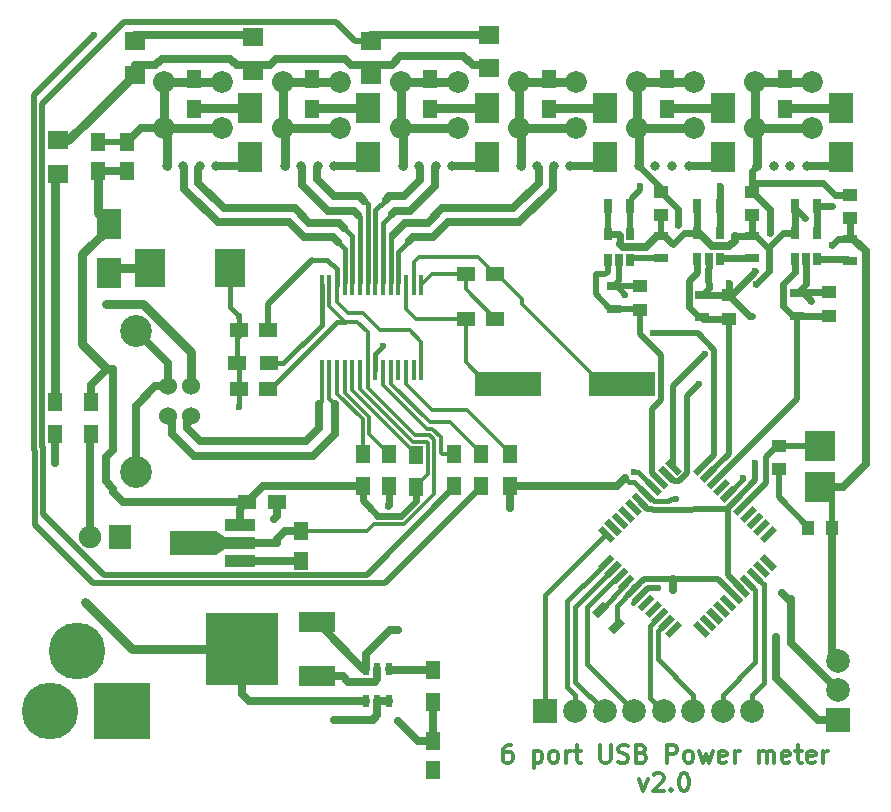
<source format=gtl>
G04 #@! TF.FileFunction,Copper,L1,Top,Signal*
%FSLAX46Y46*%
G04 Gerber Fmt 4.6, Leading zero omitted, Abs format (unit mm)*
G04 Created by KiCad (PCBNEW 4.0.1-stable) date 17.05.2016 13:35:17*
%MOMM*%
G01*
G04 APERTURE LIST*
%ADD10C,0.100000*%
%ADD11C,0.300000*%
%ADD12R,1.500000X1.250000*%
%ADD13R,1.250000X1.500000*%
%ADD14C,4.800600*%
%ADD15R,4.800600X4.800600*%
%ADD16R,1.000000X1.250000*%
%ADD17R,0.700000X1.300000*%
%ADD18C,1.524000*%
%ADD19C,2.700020*%
%ADD20O,1.850000X1.850000*%
%ADD21C,0.800000*%
%ADD22R,2.499360X3.299460*%
%ADD23R,2.029460X2.651760*%
%ADD24R,1.300000X1.500000*%
%ADD25R,1.500000X1.300000*%
%ADD26R,2.501900X1.000760*%
%ADD27R,4.000500X1.998980*%
%ADD28R,0.450000X1.750000*%
%ADD29R,5.600700X2.100580*%
%ADD30R,1.900000X2.000000*%
%ADD31C,1.900000*%
%ADD32R,1.250000X1.000000*%
%ADD33R,1.300000X0.700000*%
%ADD34R,0.650000X1.060000*%
%ADD35R,2.000000X2.000000*%
%ADD36C,2.000000*%
%ADD37R,1.800860X1.597660*%
%ADD38R,2.500000X2.500000*%
%ADD39R,3.048000X1.651000*%
%ADD40R,6.096000X6.096000*%
%ADD41R,0.600000X1.100000*%
%ADD42C,0.600000*%
%ADD43C,0.500000*%
%ADD44C,0.700000*%
%ADD45C,0.600000*%
%ADD46C,0.450000*%
%ADD47C,0.750000*%
%ADD48C,0.350000*%
%ADD49C,0.400000*%
G04 APERTURE END LIST*
D10*
D11*
X136820001Y-110588571D02*
X136534287Y-110588571D01*
X136391430Y-110660000D01*
X136320001Y-110731429D01*
X136177144Y-110945714D01*
X136105715Y-111231429D01*
X136105715Y-111802857D01*
X136177144Y-111945714D01*
X136248572Y-112017143D01*
X136391430Y-112088571D01*
X136677144Y-112088571D01*
X136820001Y-112017143D01*
X136891430Y-111945714D01*
X136962858Y-111802857D01*
X136962858Y-111445714D01*
X136891430Y-111302857D01*
X136820001Y-111231429D01*
X136677144Y-111160000D01*
X136391430Y-111160000D01*
X136248572Y-111231429D01*
X136177144Y-111302857D01*
X136105715Y-111445714D01*
X138748572Y-111088571D02*
X138748572Y-112588571D01*
X138748572Y-111160000D02*
X138891429Y-111088571D01*
X139177143Y-111088571D01*
X139320000Y-111160000D01*
X139391429Y-111231429D01*
X139462858Y-111374286D01*
X139462858Y-111802857D01*
X139391429Y-111945714D01*
X139320000Y-112017143D01*
X139177143Y-112088571D01*
X138891429Y-112088571D01*
X138748572Y-112017143D01*
X140320001Y-112088571D02*
X140177143Y-112017143D01*
X140105715Y-111945714D01*
X140034286Y-111802857D01*
X140034286Y-111374286D01*
X140105715Y-111231429D01*
X140177143Y-111160000D01*
X140320001Y-111088571D01*
X140534286Y-111088571D01*
X140677143Y-111160000D01*
X140748572Y-111231429D01*
X140820001Y-111374286D01*
X140820001Y-111802857D01*
X140748572Y-111945714D01*
X140677143Y-112017143D01*
X140534286Y-112088571D01*
X140320001Y-112088571D01*
X141462858Y-112088571D02*
X141462858Y-111088571D01*
X141462858Y-111374286D02*
X141534286Y-111231429D01*
X141605715Y-111160000D01*
X141748572Y-111088571D01*
X141891429Y-111088571D01*
X142177143Y-111088571D02*
X142748572Y-111088571D01*
X142391429Y-110588571D02*
X142391429Y-111874286D01*
X142462857Y-112017143D01*
X142605715Y-112088571D01*
X142748572Y-112088571D01*
X144391429Y-110588571D02*
X144391429Y-111802857D01*
X144462857Y-111945714D01*
X144534286Y-112017143D01*
X144677143Y-112088571D01*
X144962857Y-112088571D01*
X145105715Y-112017143D01*
X145177143Y-111945714D01*
X145248572Y-111802857D01*
X145248572Y-110588571D01*
X145891429Y-112017143D02*
X146105715Y-112088571D01*
X146462858Y-112088571D01*
X146605715Y-112017143D01*
X146677144Y-111945714D01*
X146748572Y-111802857D01*
X146748572Y-111660000D01*
X146677144Y-111517143D01*
X146605715Y-111445714D01*
X146462858Y-111374286D01*
X146177144Y-111302857D01*
X146034286Y-111231429D01*
X145962858Y-111160000D01*
X145891429Y-111017143D01*
X145891429Y-110874286D01*
X145962858Y-110731429D01*
X146034286Y-110660000D01*
X146177144Y-110588571D01*
X146534286Y-110588571D01*
X146748572Y-110660000D01*
X147891429Y-111302857D02*
X148105715Y-111374286D01*
X148177143Y-111445714D01*
X148248572Y-111588571D01*
X148248572Y-111802857D01*
X148177143Y-111945714D01*
X148105715Y-112017143D01*
X147962857Y-112088571D01*
X147391429Y-112088571D01*
X147391429Y-110588571D01*
X147891429Y-110588571D01*
X148034286Y-110660000D01*
X148105715Y-110731429D01*
X148177143Y-110874286D01*
X148177143Y-111017143D01*
X148105715Y-111160000D01*
X148034286Y-111231429D01*
X147891429Y-111302857D01*
X147391429Y-111302857D01*
X150034286Y-112088571D02*
X150034286Y-110588571D01*
X150605714Y-110588571D01*
X150748572Y-110660000D01*
X150820000Y-110731429D01*
X150891429Y-110874286D01*
X150891429Y-111088571D01*
X150820000Y-111231429D01*
X150748572Y-111302857D01*
X150605714Y-111374286D01*
X150034286Y-111374286D01*
X151748572Y-112088571D02*
X151605714Y-112017143D01*
X151534286Y-111945714D01*
X151462857Y-111802857D01*
X151462857Y-111374286D01*
X151534286Y-111231429D01*
X151605714Y-111160000D01*
X151748572Y-111088571D01*
X151962857Y-111088571D01*
X152105714Y-111160000D01*
X152177143Y-111231429D01*
X152248572Y-111374286D01*
X152248572Y-111802857D01*
X152177143Y-111945714D01*
X152105714Y-112017143D01*
X151962857Y-112088571D01*
X151748572Y-112088571D01*
X152748572Y-111088571D02*
X153034286Y-112088571D01*
X153320000Y-111374286D01*
X153605715Y-112088571D01*
X153891429Y-111088571D01*
X155034286Y-112017143D02*
X154891429Y-112088571D01*
X154605715Y-112088571D01*
X154462858Y-112017143D01*
X154391429Y-111874286D01*
X154391429Y-111302857D01*
X154462858Y-111160000D01*
X154605715Y-111088571D01*
X154891429Y-111088571D01*
X155034286Y-111160000D01*
X155105715Y-111302857D01*
X155105715Y-111445714D01*
X154391429Y-111588571D01*
X155748572Y-112088571D02*
X155748572Y-111088571D01*
X155748572Y-111374286D02*
X155820000Y-111231429D01*
X155891429Y-111160000D01*
X156034286Y-111088571D01*
X156177143Y-111088571D01*
X157820000Y-112088571D02*
X157820000Y-111088571D01*
X157820000Y-111231429D02*
X157891428Y-111160000D01*
X158034286Y-111088571D01*
X158248571Y-111088571D01*
X158391428Y-111160000D01*
X158462857Y-111302857D01*
X158462857Y-112088571D01*
X158462857Y-111302857D02*
X158534286Y-111160000D01*
X158677143Y-111088571D01*
X158891428Y-111088571D01*
X159034286Y-111160000D01*
X159105714Y-111302857D01*
X159105714Y-112088571D01*
X160391428Y-112017143D02*
X160248571Y-112088571D01*
X159962857Y-112088571D01*
X159820000Y-112017143D01*
X159748571Y-111874286D01*
X159748571Y-111302857D01*
X159820000Y-111160000D01*
X159962857Y-111088571D01*
X160248571Y-111088571D01*
X160391428Y-111160000D01*
X160462857Y-111302857D01*
X160462857Y-111445714D01*
X159748571Y-111588571D01*
X160891428Y-111088571D02*
X161462857Y-111088571D01*
X161105714Y-110588571D02*
X161105714Y-111874286D01*
X161177142Y-112017143D01*
X161320000Y-112088571D01*
X161462857Y-112088571D01*
X162534285Y-112017143D02*
X162391428Y-112088571D01*
X162105714Y-112088571D01*
X161962857Y-112017143D01*
X161891428Y-111874286D01*
X161891428Y-111302857D01*
X161962857Y-111160000D01*
X162105714Y-111088571D01*
X162391428Y-111088571D01*
X162534285Y-111160000D01*
X162605714Y-111302857D01*
X162605714Y-111445714D01*
X161891428Y-111588571D01*
X163248571Y-112088571D02*
X163248571Y-111088571D01*
X163248571Y-111374286D02*
X163319999Y-111231429D01*
X163391428Y-111160000D01*
X163534285Y-111088571D01*
X163677142Y-111088571D01*
X147677144Y-113488571D02*
X148034287Y-114488571D01*
X148391429Y-113488571D01*
X148891429Y-113131429D02*
X148962858Y-113060000D01*
X149105715Y-112988571D01*
X149462858Y-112988571D01*
X149605715Y-113060000D01*
X149677144Y-113131429D01*
X149748572Y-113274286D01*
X149748572Y-113417143D01*
X149677144Y-113631429D01*
X148820001Y-114488571D01*
X149748572Y-114488571D01*
X150391429Y-114345714D02*
X150462857Y-114417143D01*
X150391429Y-114488571D01*
X150320000Y-114417143D01*
X150391429Y-114345714D01*
X150391429Y-114488571D01*
X151391429Y-112988571D02*
X151534286Y-112988571D01*
X151677143Y-113060000D01*
X151748572Y-113131429D01*
X151820001Y-113274286D01*
X151891429Y-113560000D01*
X151891429Y-113917143D01*
X151820001Y-114202857D01*
X151748572Y-114345714D01*
X151677143Y-114417143D01*
X151534286Y-114488571D01*
X151391429Y-114488571D01*
X151248572Y-114417143D01*
X151177143Y-114345714D01*
X151105715Y-114202857D01*
X151034286Y-113917143D01*
X151034286Y-113560000D01*
X151105715Y-113274286D01*
X151177143Y-113131429D01*
X151248572Y-113060000D01*
X151391429Y-112988571D01*
D12*
X113750000Y-80500000D03*
X116250000Y-80500000D03*
D13*
X101813575Y-62029999D03*
X101813575Y-59529999D03*
X104313575Y-62029999D03*
X104313575Y-59529999D03*
D14*
X97750000Y-107750000D03*
D15*
X103846000Y-107750000D03*
D14*
X100036000Y-102670000D03*
D10*
G36*
X144555188Y-95876866D02*
X144166280Y-95487958D01*
X145226940Y-94427298D01*
X145615848Y-94816206D01*
X144555188Y-95876866D01*
X144555188Y-95876866D01*
G37*
G36*
X145120874Y-96442551D02*
X144731966Y-96053643D01*
X145792626Y-94992983D01*
X146181534Y-95381891D01*
X145120874Y-96442551D01*
X145120874Y-96442551D01*
G37*
G36*
X145686559Y-97008236D02*
X145297651Y-96619328D01*
X146358311Y-95558668D01*
X146747219Y-95947576D01*
X145686559Y-97008236D01*
X145686559Y-97008236D01*
G37*
G36*
X146252244Y-97573922D02*
X145863336Y-97185014D01*
X146923996Y-96124354D01*
X147312904Y-96513262D01*
X146252244Y-97573922D01*
X146252244Y-97573922D01*
G37*
G36*
X146817930Y-98139607D02*
X146429022Y-97750699D01*
X147489682Y-96690039D01*
X147878590Y-97078947D01*
X146817930Y-98139607D01*
X146817930Y-98139607D01*
G37*
G36*
X147383615Y-98705293D02*
X146994707Y-98316385D01*
X148055367Y-97255725D01*
X148444275Y-97644633D01*
X147383615Y-98705293D01*
X147383615Y-98705293D01*
G37*
G36*
X147949301Y-99270978D02*
X147560393Y-98882070D01*
X148621053Y-97821410D01*
X149009961Y-98210318D01*
X147949301Y-99270978D01*
X147949301Y-99270978D01*
G37*
G36*
X148514986Y-99836664D02*
X148126078Y-99447756D01*
X149186738Y-98387096D01*
X149575646Y-98776004D01*
X148514986Y-99836664D01*
X148514986Y-99836664D01*
G37*
G36*
X149080672Y-100402349D02*
X148691764Y-100013441D01*
X149752424Y-98952781D01*
X150141332Y-99341689D01*
X149080672Y-100402349D01*
X149080672Y-100402349D01*
G37*
G36*
X149646357Y-100968034D02*
X149257449Y-100579126D01*
X150318109Y-99518466D01*
X150707017Y-99907374D01*
X149646357Y-100968034D01*
X149646357Y-100968034D01*
G37*
G36*
X150212042Y-101533720D02*
X149823134Y-101144812D01*
X150883794Y-100084152D01*
X151272702Y-100473060D01*
X150212042Y-101533720D01*
X150212042Y-101533720D01*
G37*
G36*
X153676866Y-101144812D02*
X153287958Y-101533720D01*
X152227298Y-100473060D01*
X152616206Y-100084152D01*
X153676866Y-101144812D01*
X153676866Y-101144812D01*
G37*
G36*
X154242551Y-100579126D02*
X153853643Y-100968034D01*
X152792983Y-99907374D01*
X153181891Y-99518466D01*
X154242551Y-100579126D01*
X154242551Y-100579126D01*
G37*
G36*
X154808236Y-100013441D02*
X154419328Y-100402349D01*
X153358668Y-99341689D01*
X153747576Y-98952781D01*
X154808236Y-100013441D01*
X154808236Y-100013441D01*
G37*
G36*
X155373922Y-99447756D02*
X154985014Y-99836664D01*
X153924354Y-98776004D01*
X154313262Y-98387096D01*
X155373922Y-99447756D01*
X155373922Y-99447756D01*
G37*
G36*
X155939607Y-98882070D02*
X155550699Y-99270978D01*
X154490039Y-98210318D01*
X154878947Y-97821410D01*
X155939607Y-98882070D01*
X155939607Y-98882070D01*
G37*
G36*
X156505293Y-98316385D02*
X156116385Y-98705293D01*
X155055725Y-97644633D01*
X155444633Y-97255725D01*
X156505293Y-98316385D01*
X156505293Y-98316385D01*
G37*
G36*
X157070978Y-97750699D02*
X156682070Y-98139607D01*
X155621410Y-97078947D01*
X156010318Y-96690039D01*
X157070978Y-97750699D01*
X157070978Y-97750699D01*
G37*
G36*
X157636664Y-97185014D02*
X157247756Y-97573922D01*
X156187096Y-96513262D01*
X156576004Y-96124354D01*
X157636664Y-97185014D01*
X157636664Y-97185014D01*
G37*
G36*
X158202349Y-96619328D02*
X157813441Y-97008236D01*
X156752781Y-95947576D01*
X157141689Y-95558668D01*
X158202349Y-96619328D01*
X158202349Y-96619328D01*
G37*
G36*
X158768034Y-96053643D02*
X158379126Y-96442551D01*
X157318466Y-95381891D01*
X157707374Y-94992983D01*
X158768034Y-96053643D01*
X158768034Y-96053643D01*
G37*
G36*
X159333720Y-95487958D02*
X158944812Y-95876866D01*
X157884152Y-94816206D01*
X158273060Y-94427298D01*
X159333720Y-95487958D01*
X159333720Y-95487958D01*
G37*
G36*
X158273060Y-93472702D02*
X157884152Y-93083794D01*
X158944812Y-92023134D01*
X159333720Y-92412042D01*
X158273060Y-93472702D01*
X158273060Y-93472702D01*
G37*
G36*
X157707374Y-92907017D02*
X157318466Y-92518109D01*
X158379126Y-91457449D01*
X158768034Y-91846357D01*
X157707374Y-92907017D01*
X157707374Y-92907017D01*
G37*
G36*
X157141689Y-92341332D02*
X156752781Y-91952424D01*
X157813441Y-90891764D01*
X158202349Y-91280672D01*
X157141689Y-92341332D01*
X157141689Y-92341332D01*
G37*
G36*
X156576004Y-91775646D02*
X156187096Y-91386738D01*
X157247756Y-90326078D01*
X157636664Y-90714986D01*
X156576004Y-91775646D01*
X156576004Y-91775646D01*
G37*
G36*
X156010318Y-91209961D02*
X155621410Y-90821053D01*
X156682070Y-89760393D01*
X157070978Y-90149301D01*
X156010318Y-91209961D01*
X156010318Y-91209961D01*
G37*
G36*
X155444633Y-90644275D02*
X155055725Y-90255367D01*
X156116385Y-89194707D01*
X156505293Y-89583615D01*
X155444633Y-90644275D01*
X155444633Y-90644275D01*
G37*
G36*
X154878947Y-90078590D02*
X154490039Y-89689682D01*
X155550699Y-88629022D01*
X155939607Y-89017930D01*
X154878947Y-90078590D01*
X154878947Y-90078590D01*
G37*
G36*
X154313262Y-89512904D02*
X153924354Y-89123996D01*
X154985014Y-88063336D01*
X155373922Y-88452244D01*
X154313262Y-89512904D01*
X154313262Y-89512904D01*
G37*
G36*
X153747576Y-88947219D02*
X153358668Y-88558311D01*
X154419328Y-87497651D01*
X154808236Y-87886559D01*
X153747576Y-88947219D01*
X153747576Y-88947219D01*
G37*
G36*
X153181891Y-88381534D02*
X152792983Y-87992626D01*
X153853643Y-86931966D01*
X154242551Y-87320874D01*
X153181891Y-88381534D01*
X153181891Y-88381534D01*
G37*
G36*
X152616206Y-87815848D02*
X152227298Y-87426940D01*
X153287958Y-86366280D01*
X153676866Y-86755188D01*
X152616206Y-87815848D01*
X152616206Y-87815848D01*
G37*
G36*
X151272702Y-87426940D02*
X150883794Y-87815848D01*
X149823134Y-86755188D01*
X150212042Y-86366280D01*
X151272702Y-87426940D01*
X151272702Y-87426940D01*
G37*
G36*
X150707017Y-87992626D02*
X150318109Y-88381534D01*
X149257449Y-87320874D01*
X149646357Y-86931966D01*
X150707017Y-87992626D01*
X150707017Y-87992626D01*
G37*
G36*
X150141332Y-88558311D02*
X149752424Y-88947219D01*
X148691764Y-87886559D01*
X149080672Y-87497651D01*
X150141332Y-88558311D01*
X150141332Y-88558311D01*
G37*
G36*
X149575646Y-89123996D02*
X149186738Y-89512904D01*
X148126078Y-88452244D01*
X148514986Y-88063336D01*
X149575646Y-89123996D01*
X149575646Y-89123996D01*
G37*
G36*
X149009961Y-89689682D02*
X148621053Y-90078590D01*
X147560393Y-89017930D01*
X147949301Y-88629022D01*
X149009961Y-89689682D01*
X149009961Y-89689682D01*
G37*
G36*
X148444275Y-90255367D02*
X148055367Y-90644275D01*
X146994707Y-89583615D01*
X147383615Y-89194707D01*
X148444275Y-90255367D01*
X148444275Y-90255367D01*
G37*
G36*
X147878590Y-90821053D02*
X147489682Y-91209961D01*
X146429022Y-90149301D01*
X146817930Y-89760393D01*
X147878590Y-90821053D01*
X147878590Y-90821053D01*
G37*
G36*
X147312904Y-91386738D02*
X146923996Y-91775646D01*
X145863336Y-90714986D01*
X146252244Y-90326078D01*
X147312904Y-91386738D01*
X147312904Y-91386738D01*
G37*
G36*
X146747219Y-91952424D02*
X146358311Y-92341332D01*
X145297651Y-91280672D01*
X145686559Y-90891764D01*
X146747219Y-91952424D01*
X146747219Y-91952424D01*
G37*
G36*
X146181534Y-92518109D02*
X145792626Y-92907017D01*
X144731966Y-91846357D01*
X145120874Y-91457449D01*
X146181534Y-92518109D01*
X146181534Y-92518109D01*
G37*
G36*
X145615848Y-93083794D02*
X145226940Y-93472702D01*
X144166280Y-92412042D01*
X144555188Y-92023134D01*
X145615848Y-93083794D01*
X145615848Y-93083794D01*
G37*
D16*
X162000000Y-92250000D03*
X164000000Y-92250000D03*
D17*
X145000000Y-65000000D03*
X146900000Y-65000000D03*
D18*
X109748980Y-82790000D03*
X109748980Y-80250000D03*
X107750000Y-80250000D03*
X107750000Y-82790000D03*
D19*
X105049980Y-87519480D03*
X105049980Y-75520520D03*
D20*
X127480000Y-58340000D03*
X127480000Y-54500000D03*
X132320000Y-54500000D03*
D21*
X131850000Y-61610000D03*
X130450000Y-61610000D03*
X129050000Y-61610000D03*
D20*
X132320000Y-58340000D03*
D21*
X127650000Y-61610000D03*
D20*
X147480000Y-58340000D03*
X147480000Y-54500000D03*
X152320000Y-54500000D03*
D21*
X151850000Y-61610000D03*
X150450000Y-61610000D03*
X149050000Y-61610000D03*
D20*
X152320000Y-58340000D03*
D21*
X147650000Y-61610000D03*
D20*
X157480000Y-58340000D03*
X157480000Y-54500000D03*
X162320000Y-54500000D03*
D21*
X161850000Y-61610000D03*
X160450000Y-61610000D03*
X159050000Y-61610000D03*
D20*
X162320000Y-58340000D03*
D21*
X157650000Y-61610000D03*
D20*
X137480000Y-58340000D03*
X137480000Y-54500000D03*
X142320000Y-54500000D03*
D21*
X141850000Y-61610000D03*
X140450000Y-61610000D03*
X139050000Y-61610000D03*
D20*
X142320000Y-58340000D03*
D21*
X137650000Y-61610000D03*
D20*
X117480000Y-58340000D03*
X117480000Y-54500000D03*
X122320000Y-54500000D03*
D21*
X121850000Y-61610000D03*
X120450000Y-61610000D03*
X119050000Y-61610000D03*
D20*
X122320000Y-58340000D03*
D21*
X117650000Y-61610000D03*
D20*
X107480000Y-58340000D03*
X107480000Y-54500000D03*
X112320000Y-54500000D03*
D21*
X111850000Y-61610000D03*
X110450000Y-61610000D03*
X109050000Y-61610000D03*
D20*
X112320000Y-58340000D03*
D21*
X107650000Y-61610000D03*
D13*
X120000000Y-54250000D03*
X120000000Y-56750000D03*
X140000000Y-54250000D03*
X140000000Y-56750000D03*
X130000000Y-54250000D03*
X130000000Y-56750000D03*
X150000000Y-54250000D03*
X150000000Y-56750000D03*
X160000000Y-54250000D03*
X160000000Y-56750000D03*
D12*
X117000000Y-90000000D03*
X114500000Y-90000000D03*
D13*
X119000000Y-92500000D03*
X119000000Y-95000000D03*
D12*
X133000000Y-70750000D03*
X135500000Y-70750000D03*
X135500000Y-74500000D03*
X133000000Y-74500000D03*
D22*
X106250000Y-70250000D03*
X113052120Y-70250000D03*
D23*
X114750000Y-56664660D03*
X114750000Y-60835340D03*
X124750000Y-56664660D03*
X124750000Y-60835340D03*
X144750000Y-60835340D03*
X144750000Y-56664660D03*
X134750000Y-60835340D03*
X134750000Y-56664660D03*
D24*
X136750000Y-88700000D03*
X136750000Y-86000000D03*
X128750000Y-88750000D03*
X128750000Y-86050000D03*
X124250000Y-88700000D03*
X124250000Y-86000000D03*
D25*
X116350000Y-78250000D03*
X113650000Y-78250000D03*
D26*
X113852740Y-95001140D03*
X113852740Y-93500000D03*
X113852740Y-91998860D03*
D27*
X109900500Y-93500000D03*
D10*
G36*
X111875350Y-92499240D02*
X112624650Y-92999620D01*
X112624650Y-94000380D01*
X111875350Y-94500760D01*
X111875350Y-92499240D01*
X111875350Y-92499240D01*
G37*
D28*
X129225000Y-71650000D03*
X128575000Y-71650000D03*
X127925000Y-71650000D03*
X127275000Y-71650000D03*
X126625000Y-71650000D03*
X125975000Y-71650000D03*
X125325000Y-71650000D03*
X124675000Y-71650000D03*
X124025000Y-71650000D03*
X123375000Y-71650000D03*
X122725000Y-71650000D03*
X122075000Y-71650000D03*
X121425000Y-71650000D03*
X120775000Y-71650000D03*
X120775000Y-78850000D03*
X121425000Y-78850000D03*
X122075000Y-78850000D03*
X122725000Y-78850000D03*
X123375000Y-78850000D03*
X124025000Y-78850000D03*
X124675000Y-78850000D03*
X125325000Y-78850000D03*
X125975000Y-78850000D03*
X126625000Y-78850000D03*
X127275000Y-78850000D03*
X127925000Y-78850000D03*
X128575000Y-78850000D03*
X129225000Y-78850000D03*
D29*
X146250000Y-80000000D03*
X136552280Y-80000000D03*
D23*
X102750000Y-66500000D03*
X102750000Y-70670680D03*
D13*
X110000000Y-54250000D03*
X110000000Y-56750000D03*
D30*
X103750000Y-93000000D03*
D31*
X101210000Y-93000000D03*
D23*
X154750000Y-60835340D03*
X154750000Y-56664660D03*
X164750000Y-60835340D03*
X164750000Y-56664660D03*
D24*
X101250000Y-81550000D03*
X101250000Y-84250000D03*
X134250000Y-88700000D03*
X134250000Y-86000000D03*
X132000000Y-88700000D03*
X132000000Y-86000000D03*
X98250000Y-81550000D03*
X98250000Y-84250000D03*
X126500000Y-88700000D03*
X126500000Y-86000000D03*
D32*
X149500000Y-63750000D03*
X149500000Y-65750000D03*
X155250000Y-72500000D03*
X155250000Y-74500000D03*
X147750000Y-71750000D03*
X147750000Y-73750000D03*
X159500000Y-87250000D03*
X159500000Y-85250000D03*
X157250000Y-63750000D03*
X157250000Y-65750000D03*
X163750000Y-72250000D03*
X163750000Y-74250000D03*
X165500000Y-64000000D03*
X165500000Y-66000000D03*
D33*
X149500000Y-67500000D03*
X149500000Y-69400000D03*
X145500000Y-71750000D03*
X145500000Y-73650000D03*
D10*
G36*
X146457107Y-100287868D02*
X145537868Y-101207107D01*
X145042893Y-100712132D01*
X145962132Y-99792893D01*
X146457107Y-100287868D01*
X146457107Y-100287868D01*
G37*
G36*
X145113605Y-98944366D02*
X144194366Y-99863605D01*
X143699391Y-99368630D01*
X144618630Y-98449391D01*
X145113605Y-98944366D01*
X145113605Y-98944366D01*
G37*
D33*
X153000000Y-72500000D03*
X153000000Y-74400000D03*
X157250000Y-67500000D03*
X157250000Y-69400000D03*
D17*
X152600000Y-65000000D03*
X154500000Y-65000000D03*
D33*
X161000000Y-72350000D03*
X161000000Y-74250000D03*
X165500000Y-67750000D03*
X165500000Y-69650000D03*
D17*
X160850000Y-65000000D03*
X162750000Y-65000000D03*
D34*
X145000000Y-69500000D03*
X145950000Y-69500000D03*
X146900000Y-69500000D03*
X146900000Y-67300000D03*
X145000000Y-67300000D03*
X152600000Y-69450000D03*
X153550000Y-69450000D03*
X154500000Y-69450000D03*
X154500000Y-67250000D03*
X152600000Y-67250000D03*
X160850000Y-69450000D03*
X161800000Y-69450000D03*
X162750000Y-69450000D03*
X162750000Y-67250000D03*
X160850000Y-67250000D03*
D35*
X139737000Y-107750000D03*
D36*
X142250000Y-107750000D03*
X144750000Y-107750000D03*
X147250000Y-107750000D03*
X149750000Y-107750000D03*
X152250000Y-107750000D03*
X154750000Y-107750000D03*
X157250000Y-107750000D03*
D35*
X164500000Y-108500000D03*
D36*
X164500000Y-105960000D03*
X164500000Y-103460000D03*
D37*
X105000000Y-51000000D03*
X105000000Y-53839720D03*
X115000000Y-53500000D03*
X115000000Y-50660280D03*
X125000000Y-51000000D03*
X125000000Y-53839720D03*
X134960000Y-53299720D03*
X134960000Y-50460000D03*
X98500000Y-59410280D03*
X98500000Y-62250000D03*
D38*
X163000000Y-88750000D03*
X163000000Y-85250000D03*
D13*
X130250000Y-110250000D03*
X130250000Y-112750000D03*
D39*
X120350000Y-104786000D03*
D40*
X114000000Y-102500000D03*
D39*
X120350000Y-100214000D03*
D24*
X130250000Y-106950000D03*
X130250000Y-104250000D03*
D41*
X124550000Y-106850000D03*
X125500000Y-106850000D03*
X126450000Y-106850000D03*
X126450000Y-104150000D03*
X125500000Y-104150000D03*
X124550000Y-104150000D03*
D12*
X116250000Y-75500000D03*
X113750000Y-75500000D03*
D42*
X121798560Y-108500000D03*
X159250000Y-101500000D03*
X149250000Y-90679856D03*
X149250000Y-97279992D03*
X153524998Y-71000000D03*
X159500000Y-88500000D03*
X157500000Y-86750000D03*
X162250000Y-73000000D03*
X157250000Y-74250000D03*
X155250000Y-71500000D03*
X157500000Y-70500000D03*
X158750000Y-67250000D03*
X150978858Y-66603439D03*
X146500000Y-72500000D03*
X113750000Y-82000000D03*
X113750000Y-74250000D03*
X98250000Y-86750000D03*
X116750000Y-91500000D03*
X126425020Y-90385409D03*
X116750000Y-95000000D03*
X116750000Y-95000000D03*
X153250000Y-77500000D03*
X147250000Y-87500000D03*
X152750000Y-80000000D03*
X148800000Y-75750000D03*
X127250000Y-100849850D03*
X127250000Y-108575000D03*
X125000000Y-90650000D03*
X164000000Y-94000000D03*
X146500000Y-88000000D03*
X150750000Y-89750000D03*
X150500000Y-97500000D03*
X161750000Y-66000000D03*
X164000000Y-68250000D03*
X157565693Y-71565693D03*
X155750000Y-67500000D03*
X150500000Y-68200000D03*
X146010000Y-68160000D03*
X128750000Y-89950000D03*
X136750000Y-90500000D03*
X159750000Y-97750000D03*
X156500000Y-88000000D03*
X112500000Y-56664660D03*
X147750000Y-63250000D03*
X122500000Y-56664660D03*
X142250000Y-56664660D03*
X132250000Y-56664660D03*
X152500000Y-56664660D03*
X154500000Y-63250000D03*
X162500000Y-56664660D03*
X164000000Y-65000000D03*
X111000000Y-52500000D03*
X126000000Y-76850000D03*
X110000000Y-50500000D03*
X101500000Y-50500000D03*
X100750000Y-98500000D03*
X102500000Y-73250000D03*
D43*
X145000000Y-66250000D02*
X145000000Y-66455000D01*
D44*
X125500000Y-106850000D02*
X125500000Y-108100000D01*
X125500000Y-108100000D02*
X125100000Y-108500000D01*
X125100000Y-108500000D02*
X121798560Y-108500000D01*
X126450000Y-106850000D02*
X125500000Y-106850000D01*
X164500000Y-108500000D02*
X162800000Y-108500000D01*
X162800000Y-108500000D02*
X159250000Y-104950000D01*
X159250000Y-104950000D02*
X159250000Y-101500000D01*
D43*
X155065349Y-90634651D02*
X149250000Y-90679856D01*
X149250000Y-90679856D02*
X148328600Y-90634651D01*
X147719491Y-97980509D02*
X148420008Y-97279992D01*
X148420008Y-97279992D02*
X149250000Y-97279992D01*
D45*
X153550000Y-71950000D02*
X153524998Y-71000000D01*
X153524998Y-71000000D02*
X153550000Y-69450000D01*
D44*
X107750000Y-80250000D02*
X106672370Y-80250000D01*
X106672370Y-80250000D02*
X105049980Y-81872390D01*
X105049980Y-81872390D02*
X105049980Y-85610278D01*
X105049980Y-85610278D02*
X105049980Y-87519480D01*
X107750000Y-80250000D02*
X107750000Y-78220540D01*
X107750000Y-78220540D02*
X105049980Y-75520520D01*
D46*
X147719491Y-97980509D02*
X147118451Y-98581549D01*
D43*
X155171400Y-96240029D02*
X155171400Y-93750000D01*
X155171400Y-93750000D02*
X155171400Y-90528600D01*
X159500000Y-88500000D02*
X159500000Y-88250000D01*
X159500000Y-89625000D02*
X159500000Y-88500000D01*
X162000000Y-92250000D02*
X162000000Y-92125000D01*
X162000000Y-92125000D02*
X159500000Y-89625000D01*
X159500000Y-88250000D02*
X159500000Y-87250000D01*
X155780509Y-89919491D02*
X157500000Y-88200000D01*
X157500000Y-88200000D02*
X157500000Y-86750000D01*
X156346194Y-97414823D02*
X155171400Y-96240029D01*
X155171400Y-90528600D02*
X155179469Y-90520531D01*
X155179469Y-90520531D02*
X155780509Y-89919491D01*
X155780509Y-89919491D02*
X155065349Y-90634651D01*
X148328600Y-90634651D02*
X147719491Y-90025542D01*
X147719491Y-90025542D02*
X147719491Y-89919491D01*
D45*
X161000000Y-72350000D02*
X161600000Y-72350000D01*
X161600000Y-72350000D02*
X162250000Y-73000000D01*
X161000000Y-72350000D02*
X161800000Y-71550000D01*
X161800000Y-71550000D02*
X161800000Y-69450000D01*
X163750000Y-72250000D02*
X161100000Y-72250000D01*
X161100000Y-72250000D02*
X161000000Y-72350000D01*
X157250000Y-63750000D02*
X157250000Y-63000000D01*
X157250000Y-63000000D02*
X157250000Y-62010000D01*
X165500000Y-64000000D02*
X164275000Y-64000000D01*
X164275000Y-64000000D02*
X163275000Y-63000000D01*
X163275000Y-63000000D02*
X157250000Y-63000000D01*
X157250000Y-74250000D02*
X157000000Y-74250000D01*
X157000000Y-74250000D02*
X155250000Y-72500000D01*
X155250000Y-72500000D02*
X155250000Y-71500000D01*
X155250000Y-72500000D02*
X155500000Y-72500000D01*
X155500000Y-72500000D02*
X157500000Y-70500000D01*
X153000000Y-72500000D02*
X153550000Y-71950000D01*
X155250000Y-72500000D02*
X153000000Y-72500000D01*
X157250000Y-63750000D02*
X158750000Y-65250000D01*
X158750000Y-65250000D02*
X158750000Y-67250000D01*
X149500000Y-63750000D02*
X150978858Y-65228858D01*
X150978858Y-65228858D02*
X150978858Y-66603439D01*
X157250000Y-62010000D02*
X157650000Y-61610000D01*
X149500000Y-63750000D02*
X149500000Y-63460000D01*
X149500000Y-63460000D02*
X147650000Y-61610000D01*
D43*
X145750000Y-71750000D02*
X146500000Y-72500000D01*
X145500000Y-71750000D02*
X145750000Y-71750000D01*
X145500000Y-71750000D02*
X145950000Y-71300000D01*
X145950000Y-71300000D02*
X145950000Y-69500000D01*
X147750000Y-71750000D02*
X145500000Y-71750000D01*
D46*
X113052120Y-70250000D02*
X113052120Y-73552120D01*
X113052120Y-73552120D02*
X113750000Y-74250000D01*
X113750000Y-81575000D02*
X113750000Y-82000000D01*
X113750000Y-80500000D02*
X113750000Y-81575000D01*
X113750000Y-74925000D02*
X113750000Y-74250000D01*
X113750000Y-76000000D02*
X113750000Y-74925000D01*
X113650000Y-78250000D02*
X113650000Y-76100000D01*
X113650000Y-76100000D02*
X113750000Y-76000000D01*
X113750000Y-80500000D02*
X113750000Y-78350000D01*
X113750000Y-78350000D02*
X113650000Y-78250000D01*
D44*
X98250000Y-84250000D02*
X98250000Y-86750000D01*
X117000000Y-90000000D02*
X117000000Y-91250000D01*
X117000000Y-91250000D02*
X116750000Y-91500000D01*
D45*
X126500000Y-88700000D02*
X126500000Y-90310429D01*
X126500000Y-90310429D02*
X126425020Y-90385409D01*
D44*
X116750000Y-95000000D02*
X119000000Y-95000000D01*
X113852740Y-95001140D02*
X116748860Y-95001140D01*
X116748860Y-95001140D02*
X116750000Y-95000000D01*
X118998860Y-95001140D02*
X119000000Y-95000000D01*
X107480000Y-58340000D02*
X105503574Y-58340000D01*
X105503574Y-58340000D02*
X104313575Y-59529999D01*
D43*
X104313575Y-59529999D02*
X103063575Y-59529999D01*
X101813575Y-59529999D02*
X103063575Y-59529999D01*
D47*
X127480000Y-58340000D02*
X132320000Y-58340000D01*
X112320000Y-58340000D02*
X107480000Y-58340000D01*
X122320000Y-58340000D02*
X117480000Y-58340000D01*
X142320000Y-58340000D02*
X137480000Y-58340000D01*
X147480000Y-58340000D02*
X152320000Y-58340000D01*
X157480000Y-58340000D02*
X162320000Y-58340000D01*
X157480000Y-54500000D02*
X162320000Y-54500000D01*
X147480000Y-54500000D02*
X152320000Y-54500000D01*
X137480000Y-54500000D02*
X142320000Y-54500000D01*
X127480000Y-54500000D02*
X132320000Y-54500000D01*
X117480000Y-54500000D02*
X122320000Y-54500000D01*
X112320000Y-54500000D02*
X107480000Y-54500000D01*
X157480000Y-58340000D02*
X157480000Y-54500000D01*
X147480000Y-58340000D02*
X147480000Y-54500000D01*
X137480000Y-58340000D02*
X137480000Y-54500000D01*
X127480000Y-58340000D02*
X127480000Y-54500000D01*
X117480000Y-58340000D02*
X117480000Y-54500000D01*
X107480000Y-58340000D02*
X107480000Y-54500000D01*
X157650000Y-61610000D02*
X157650000Y-58510000D01*
X157650000Y-58510000D02*
X157480000Y-58340000D01*
X147650000Y-61610000D02*
X147650000Y-58510000D01*
X147650000Y-58510000D02*
X147480000Y-58340000D01*
X137650000Y-61610000D02*
X137650000Y-58510000D01*
X137650000Y-58510000D02*
X137480000Y-58340000D01*
X127650000Y-61610000D02*
X127650000Y-58510000D01*
X127650000Y-58510000D02*
X127480000Y-58340000D01*
X117650000Y-61610000D02*
X117650000Y-58510000D01*
X117650000Y-58510000D02*
X117480000Y-58340000D01*
X107650000Y-61610000D02*
X107650000Y-58510000D01*
X107650000Y-58510000D02*
X107480000Y-58340000D01*
X130250000Y-54500000D02*
X130000000Y-54250000D01*
X129750000Y-54500000D02*
X130000000Y-54250000D01*
X122070000Y-54250000D02*
X122320000Y-54500000D01*
X119750000Y-54500000D02*
X120000000Y-54250000D01*
X109750000Y-54500000D02*
X110000000Y-54250000D01*
X112070000Y-54250000D02*
X112320000Y-54500000D01*
D44*
X112250000Y-54430000D02*
X112320000Y-54500000D01*
X122250000Y-54430000D02*
X122320000Y-54500000D01*
X132250000Y-54430000D02*
X132320000Y-54500000D01*
X142250000Y-54430000D02*
X142320000Y-54500000D01*
X152250000Y-54430000D02*
X152320000Y-54500000D01*
X162250000Y-54430000D02*
X162320000Y-54500000D01*
D43*
X150547918Y-80202082D02*
X153250000Y-77500000D01*
X150547918Y-87091064D02*
X150547918Y-80202082D01*
X153517767Y-87656750D02*
X155250000Y-85924517D01*
X155250000Y-85924517D02*
X155250000Y-74500000D01*
D45*
X153000000Y-74400000D02*
X152700000Y-74400000D01*
X152700000Y-74400000D02*
X151849999Y-73549999D01*
X152600000Y-70580000D02*
X152600000Y-69450000D01*
X151849999Y-73549999D02*
X151849999Y-71330001D01*
X151849999Y-71330001D02*
X152600000Y-70580000D01*
X155250000Y-74500000D02*
X153100000Y-74500000D01*
X153100000Y-74500000D02*
X153000000Y-74400000D01*
X152600000Y-69655000D02*
X152600000Y-69450000D01*
D43*
X149416548Y-88222435D02*
X148750000Y-87555887D01*
X148750000Y-87555887D02*
X148750000Y-82160642D01*
X148750000Y-82160642D02*
X149500351Y-81410291D01*
X149500351Y-77560353D02*
X147750000Y-75810002D01*
X149500351Y-81410291D02*
X149500351Y-77560353D01*
X147750000Y-75810002D02*
X147750000Y-74750000D01*
X147750000Y-74750000D02*
X147750000Y-73750000D01*
X145500000Y-73650000D02*
X147650000Y-73650000D01*
X147650000Y-73650000D02*
X147750000Y-73750000D01*
X144000000Y-70750000D02*
X144000000Y-72450000D01*
X144000000Y-72450000D02*
X145200000Y-73650000D01*
X145200000Y-73650000D02*
X145500000Y-73650000D01*
X144780000Y-70750000D02*
X144000000Y-70750000D01*
X145000000Y-69500000D02*
X145000000Y-70530000D01*
X145000000Y-70530000D02*
X144780000Y-70750000D01*
D46*
X147250000Y-87500000D02*
X147562742Y-87500000D01*
X147562742Y-87500000D02*
X148850862Y-88788120D01*
D43*
X156346194Y-90485177D02*
X158375000Y-88456371D01*
X158375000Y-88456371D02*
X158375000Y-86250000D01*
X158375000Y-86250000D02*
X159375000Y-85250000D01*
X159375000Y-85250000D02*
X159500000Y-85250000D01*
X159500000Y-85250000D02*
X163000000Y-85250000D01*
X149982233Y-87656750D02*
X150591341Y-88265858D01*
X150591341Y-88265858D02*
X151070196Y-88265858D01*
X151070196Y-88265858D02*
X151722712Y-87613342D01*
X151722712Y-87613342D02*
X151722712Y-81027288D01*
X151722712Y-81027288D02*
X152750000Y-80000000D01*
X154083452Y-88222435D02*
X161000000Y-81305887D01*
X161000000Y-81305887D02*
X161000000Y-74250000D01*
D45*
X161000000Y-74250000D02*
X160700000Y-74250000D01*
X160700000Y-74250000D02*
X159849999Y-73399999D01*
X159849999Y-73399999D02*
X159849999Y-71580001D01*
X159849999Y-71580001D02*
X160850000Y-70580000D01*
X160850000Y-70580000D02*
X160850000Y-69450000D01*
X163750000Y-74250000D02*
X161000000Y-74250000D01*
D43*
X152952082Y-87091064D02*
X154000001Y-86043145D01*
X154000001Y-86043145D02*
X154000001Y-77139999D01*
X154000001Y-77139999D02*
X152610002Y-75750000D01*
X152610002Y-75750000D02*
X148800000Y-75750000D01*
D46*
X146588120Y-96849138D02*
X146588120Y-96974876D01*
X146588120Y-96974876D02*
X144406498Y-99156498D01*
D43*
X149500000Y-69400000D02*
X147000000Y-69400000D01*
X147000000Y-69400000D02*
X146900000Y-69500000D01*
D45*
X157250000Y-69400000D02*
X154550000Y-69400000D01*
X154550000Y-69400000D02*
X154500000Y-69450000D01*
X162750000Y-69450000D02*
X165300000Y-69450000D01*
X165300000Y-69450000D02*
X165500000Y-69650000D01*
D44*
X124550000Y-104150000D02*
X124550000Y-102900000D01*
X124550000Y-102900000D02*
X126600150Y-100849850D01*
X126600150Y-100849850D02*
X127250000Y-100849850D01*
X130250000Y-110250000D02*
X128925000Y-110250000D01*
X128925000Y-110250000D02*
X127250000Y-108575000D01*
X130250000Y-106950000D02*
X130250000Y-110250000D01*
X124550000Y-104150000D02*
X124286000Y-104150000D01*
X124286000Y-104150000D02*
X120350000Y-100214000D01*
D45*
X125575001Y-91225001D02*
X125000000Y-90650000D01*
X125000000Y-90650000D02*
X124250000Y-89900000D01*
D44*
X164000000Y-94000000D02*
X164000000Y-102960000D01*
X164000000Y-92250000D02*
X164000000Y-94000000D01*
X164000000Y-102960000D02*
X164500000Y-103460000D01*
X152600000Y-67250000D02*
X152750000Y-67250000D01*
X152750000Y-67250000D02*
X153869999Y-68369999D01*
X153869999Y-68369999D02*
X155304265Y-68369999D01*
X155304265Y-68369999D02*
X155750000Y-67924264D01*
X155750000Y-67924264D02*
X155750000Y-67500000D01*
X149500000Y-67500000D02*
X149200000Y-67500000D01*
X149200000Y-67500000D02*
X148280001Y-68419999D01*
X148280001Y-68419999D02*
X146269999Y-68419999D01*
X146269999Y-68419999D02*
X146010000Y-68160000D01*
X136750000Y-88700000D02*
X145800000Y-88700000D01*
X145800000Y-88700000D02*
X146500000Y-88000000D01*
D46*
X146500000Y-88000000D02*
X146799999Y-88299999D01*
X146799999Y-88299999D02*
X147231370Y-88299999D01*
X147231370Y-88299999D02*
X147684137Y-88752766D01*
X147684137Y-88752766D02*
X148285177Y-89353806D01*
X145750000Y-100500000D02*
X145750000Y-98818629D01*
X145750000Y-98818629D02*
X147153806Y-97414823D01*
X150750000Y-89750000D02*
X150325736Y-89750000D01*
X150325736Y-89750000D02*
X150120890Y-89954846D01*
X150120890Y-89954846D02*
X148886217Y-89954846D01*
X148886217Y-89954846D02*
X148285177Y-89353806D01*
D43*
X148038647Y-96529982D02*
X150500000Y-96529982D01*
X150500000Y-96529982D02*
X154329982Y-96529982D01*
D44*
X150500000Y-97500000D02*
X150500000Y-96529982D01*
X163000000Y-88750000D02*
X164950000Y-88750000D01*
X164950000Y-88750000D02*
X166850000Y-86850000D01*
X166850000Y-86850000D02*
X166850000Y-68800000D01*
X166850000Y-68800000D02*
X165800000Y-67750000D01*
X165800000Y-67750000D02*
X165500000Y-67750000D01*
D43*
X164000000Y-92250000D02*
X164000000Y-89750000D01*
X164000000Y-89750000D02*
X163000000Y-88750000D01*
X147153806Y-97414823D02*
X148038647Y-96529982D01*
X154329982Y-96529982D02*
X155780509Y-97980509D01*
D45*
X160850000Y-65000000D02*
X160850000Y-65100000D01*
X160850000Y-65100000D02*
X161750000Y-66000000D01*
X165500000Y-67750000D02*
X164500000Y-67750000D01*
X164500000Y-67750000D02*
X164000000Y-68250000D01*
X158681384Y-68450000D02*
X158681384Y-70450002D01*
X158681384Y-70450002D02*
X157565693Y-71565693D01*
X160850000Y-67250000D02*
X159881384Y-67250000D01*
X159881384Y-67250000D02*
X158681384Y-68450000D01*
X158681384Y-68450000D02*
X158500000Y-68450000D01*
X158500000Y-68450000D02*
X157550000Y-67500000D01*
X157550000Y-67500000D02*
X157250000Y-67500000D01*
X160850000Y-65000000D02*
X160850000Y-67250000D01*
X165500000Y-66000000D02*
X165500000Y-67750000D01*
X157250000Y-67500000D02*
X155750000Y-67500000D01*
X152600000Y-67250000D02*
X151450000Y-67250000D01*
X151450000Y-67250000D02*
X150500000Y-68200000D01*
X157250000Y-65750000D02*
X157250000Y-67500000D01*
X152600000Y-65000000D02*
X152600000Y-67250000D01*
X149500000Y-67500000D02*
X149800000Y-67500000D01*
X149800000Y-67500000D02*
X150500000Y-68200000D01*
X146010000Y-67385000D02*
X146010000Y-68160000D01*
X145000000Y-67300000D02*
X145925000Y-67300000D01*
X145925000Y-67300000D02*
X146010000Y-67385000D01*
D43*
X149500000Y-65750000D02*
X149500000Y-67500000D01*
X145000000Y-65250000D02*
X145000000Y-67250000D01*
D47*
X100500000Y-69061150D02*
X100500000Y-76650000D01*
X100500000Y-76650000D02*
X102600000Y-78750000D01*
X102750000Y-66500000D02*
X102750000Y-66811150D01*
X102750000Y-66811150D02*
X100500000Y-69061150D01*
X101813575Y-62029999D02*
X101813575Y-65563575D01*
X101813575Y-65563575D02*
X102750000Y-66500000D01*
D44*
X136750000Y-88700000D02*
X136750000Y-90500000D01*
D48*
X129775001Y-84999999D02*
X129775001Y-87624999D01*
X128750000Y-88650000D02*
X128750000Y-88750000D01*
X129700001Y-84924999D02*
X129775001Y-84999999D01*
X124025000Y-80447173D02*
X128502826Y-84924999D01*
X128502826Y-84924999D02*
X129700001Y-84924999D01*
X124025000Y-78850000D02*
X124025000Y-80447173D01*
X129775001Y-87624999D02*
X128750000Y-88650000D01*
D44*
X124250000Y-88700000D02*
X115800000Y-88700000D01*
X115800000Y-88700000D02*
X114500000Y-90000000D01*
X102500000Y-86250000D02*
X103149969Y-85600031D01*
X103149969Y-85600031D02*
X103149969Y-78750000D01*
X102500000Y-88250000D02*
X102500000Y-86250000D01*
X103149969Y-88899969D02*
X102500000Y-88250000D01*
X103149969Y-89149969D02*
X103149969Y-88899969D01*
X101250000Y-81550000D02*
X101250000Y-80100000D01*
X101250000Y-80100000D02*
X102600000Y-78750000D01*
X102600000Y-78750000D02*
X103149969Y-78750000D01*
X104000000Y-90000000D02*
X103149969Y-89149969D01*
X114500000Y-90000000D02*
X104000000Y-90000000D01*
D45*
X124250000Y-89900000D02*
X124250000Y-88700000D01*
X127399998Y-91250000D02*
X125500000Y-91250000D01*
X128750000Y-89950000D02*
X127474999Y-91225001D01*
X128750000Y-88750000D02*
X128750000Y-89950000D01*
D44*
X113852740Y-91998860D02*
X113852740Y-90647260D01*
X113852740Y-90647260D02*
X114500000Y-90000000D01*
X104313575Y-62029999D02*
X101813575Y-62029999D01*
X160500000Y-98250000D02*
X160250000Y-98250000D01*
X160250000Y-98250000D02*
X159750000Y-97750000D01*
X164500000Y-105960000D02*
X160500000Y-101960000D01*
X160500000Y-101960000D02*
X160500000Y-98250000D01*
D46*
X156500000Y-88000000D02*
X156500000Y-88068629D01*
X156500000Y-88068629D02*
X155214823Y-89353806D01*
X142250000Y-107750000D02*
X142250000Y-106335787D01*
X142250000Y-106335787D02*
X141599990Y-105685777D01*
X141599990Y-98443156D02*
X144290024Y-95753122D01*
X141599990Y-105685777D02*
X141599990Y-98443156D01*
X144290024Y-95753122D02*
X144891064Y-95152082D01*
X144750000Y-107750000D02*
X142250000Y-105250000D01*
X142250000Y-105250000D02*
X142250000Y-98924517D01*
X142250000Y-98924517D02*
X144855710Y-96318807D01*
X144855710Y-96318807D02*
X145456750Y-95717767D01*
X147250000Y-107750000D02*
X143274381Y-103774381D01*
X143274381Y-103774381D02*
X143274381Y-98890102D01*
X143274381Y-98890102D02*
X145881031Y-96283452D01*
X145881031Y-96283452D02*
X146022435Y-96283452D01*
X149750000Y-107750000D02*
X148606710Y-106606710D01*
X148606710Y-106606710D02*
X148606710Y-100487403D01*
X148606710Y-100487403D02*
X148815508Y-100278605D01*
X148815508Y-100278605D02*
X149416548Y-99677565D01*
X152250000Y-107750000D02*
X152250000Y-106335787D01*
X152250000Y-106335787D02*
X149256720Y-103342507D01*
X149256720Y-103342507D02*
X149256720Y-100968763D01*
X149256720Y-100968763D02*
X149381193Y-100844290D01*
X149381193Y-100844290D02*
X149982233Y-100243250D01*
X154750000Y-107750000D02*
X154750000Y-106335787D01*
X154750000Y-106335787D02*
X157512920Y-103572867D01*
X157512920Y-103572867D02*
X157512920Y-97450178D01*
X157512920Y-97450178D02*
X156911880Y-96849138D01*
X157250000Y-107750000D02*
X157250000Y-106335787D01*
X157250000Y-106335787D02*
X158203078Y-105382709D01*
X158203078Y-105382709D02*
X158203078Y-97008965D01*
X158203078Y-97008965D02*
X158078605Y-96884492D01*
X158078605Y-96884492D02*
X157477565Y-96283452D01*
X139737000Y-107750000D02*
X139737000Y-97901982D01*
X139737000Y-97901982D02*
X144891064Y-92747918D01*
D43*
X146900000Y-65250000D02*
X146900000Y-67250000D01*
D47*
X114750000Y-56664660D02*
X112500000Y-56664660D01*
X112500000Y-56664660D02*
X110085340Y-56664660D01*
D43*
X147750000Y-63600000D02*
X147750000Y-63250000D01*
X147100000Y-64250000D02*
X147750000Y-63600000D01*
D47*
X110085340Y-56664660D02*
X110000000Y-56750000D01*
X124750000Y-56664660D02*
X122500000Y-56664660D01*
X122500000Y-56664660D02*
X120085340Y-56664660D01*
X120085340Y-56664660D02*
X120000000Y-56750000D01*
X144750000Y-56664660D02*
X142250000Y-56664660D01*
X142250000Y-56664660D02*
X140085340Y-56664660D01*
X140085340Y-56664660D02*
X140000000Y-56750000D01*
X134750000Y-56664660D02*
X132250000Y-56664660D01*
X132250000Y-56664660D02*
X130085340Y-56664660D01*
X130085340Y-56664660D02*
X130000000Y-56750000D01*
X154750000Y-56664660D02*
X152500000Y-56664660D01*
X152500000Y-56664660D02*
X150335340Y-56664660D01*
D45*
X154500000Y-65000000D02*
X154500000Y-63250000D01*
X154500000Y-65000000D02*
X154500000Y-67250000D01*
D47*
X150335340Y-56664660D02*
X150000000Y-57000000D01*
X164750000Y-56664660D02*
X162500000Y-56664660D01*
X162500000Y-56664660D02*
X160085340Y-56664660D01*
D45*
X162750000Y-65000000D02*
X164000000Y-65000000D01*
X162750000Y-65000000D02*
X162750000Y-67250000D01*
D47*
X160085340Y-56664660D02*
X160000000Y-56750000D01*
D48*
X133000000Y-70750000D02*
X133000000Y-72000000D01*
X133000000Y-70750000D02*
X130125000Y-70750000D01*
X130125000Y-70750000D02*
X129225000Y-71650000D01*
X133000000Y-72000000D02*
X135500000Y-74500000D01*
X137750000Y-72875000D02*
X137750000Y-73250060D01*
X137750000Y-73250060D02*
X144499940Y-80000000D01*
X144499940Y-80000000D02*
X146250000Y-80000000D01*
X135500000Y-70750000D02*
X135625000Y-70750000D01*
X135625000Y-70750000D02*
X137750000Y-72875000D01*
X128575000Y-71650000D02*
X128575000Y-69675000D01*
X128575000Y-69675000D02*
X129000000Y-69250000D01*
X129000000Y-69250000D02*
X134000000Y-69250000D01*
X134000000Y-69250000D02*
X135500000Y-70750000D01*
X133000000Y-74500000D02*
X133000000Y-78197780D01*
X133000000Y-78197780D02*
X134802220Y-80000000D01*
X134802220Y-80000000D02*
X136552280Y-80000000D01*
X127925000Y-71650000D02*
X127925000Y-73675000D01*
X127925000Y-73675000D02*
X128750000Y-74500000D01*
X128750000Y-74500000D02*
X133000000Y-74500000D01*
D44*
X101210000Y-93000000D02*
X101210000Y-84290000D01*
X101210000Y-84290000D02*
X101250000Y-84250000D01*
D47*
X101238120Y-57500000D02*
X104898400Y-53839720D01*
D44*
X107240000Y-52500000D02*
X111000000Y-52500000D01*
X111000000Y-52500000D02*
X113045787Y-52500000D01*
D46*
X125325000Y-78850000D02*
X125325000Y-77525000D01*
X125325000Y-77525000D02*
X126000000Y-76850000D01*
D47*
X99327840Y-59410280D02*
X101238120Y-57500000D01*
X98500000Y-59410280D02*
X99327840Y-59410280D01*
X104898400Y-53839720D02*
X105000000Y-53839720D01*
D44*
X127450000Y-52250000D02*
X132795787Y-52250000D01*
X132795787Y-52250000D02*
X133585787Y-53040000D01*
X133585787Y-53040000D02*
X135000000Y-53040000D01*
X125000000Y-53000000D02*
X126700000Y-53000000D01*
X126700000Y-53000000D02*
X127450000Y-52250000D01*
X116954213Y-52500000D02*
X122800000Y-52500000D01*
X122800000Y-52500000D02*
X123300000Y-53000000D01*
X123300000Y-53000000D02*
X125000000Y-53000000D01*
X115000000Y-53040000D02*
X116414213Y-53040000D01*
X116414213Y-53040000D02*
X116954213Y-52500000D01*
X113045787Y-52500000D02*
X113585787Y-53040000D01*
X113585787Y-53040000D02*
X115000000Y-53040000D01*
X105000000Y-53040000D02*
X106700000Y-53040000D01*
X106700000Y-53040000D02*
X107240000Y-52500000D01*
X113300000Y-50500000D02*
X110000000Y-50500000D01*
X110000000Y-50500000D02*
X105000000Y-50500000D01*
D43*
X96449558Y-55550442D02*
X101500000Y-50500000D01*
X96449558Y-85649525D02*
X96449558Y-55550442D01*
X96500000Y-92000000D02*
X96500000Y-85699967D01*
X96500000Y-85699967D02*
X96449558Y-85649525D01*
X101400012Y-96900012D02*
X96500000Y-92000000D01*
X134250000Y-88800000D02*
X126149988Y-96900012D01*
X126149988Y-96900012D02*
X101400012Y-96900012D01*
D44*
X115000000Y-50500000D02*
X113300000Y-50500000D01*
X134250000Y-88700000D02*
X134250000Y-88800000D01*
D43*
X123599570Y-51000000D02*
X125000000Y-51000000D01*
X122011019Y-49411449D02*
X123599570Y-51000000D01*
X97149569Y-85359571D02*
X97149569Y-56341169D01*
X97200011Y-85410013D02*
X97149569Y-85359571D01*
X97200011Y-91062013D02*
X97200011Y-85410013D01*
X102337999Y-96200001D02*
X97200011Y-91062013D01*
X124599999Y-96200001D02*
X102337999Y-96200001D01*
X104079289Y-49411449D02*
X122011019Y-49411449D01*
X132000000Y-88800000D02*
X124599999Y-96200001D01*
X97149569Y-56341169D02*
X104079289Y-49411449D01*
X132000000Y-88700000D02*
X132000000Y-88800000D01*
D44*
X125000000Y-50460000D02*
X134960000Y-50460000D01*
X134960000Y-50460000D02*
X135000000Y-50500000D01*
D47*
X98250000Y-81550000D02*
X98250000Y-62500000D01*
X98250000Y-62500000D02*
X98500000Y-62250000D01*
D44*
X111850000Y-61610000D02*
X113975340Y-61610000D01*
X113975340Y-61610000D02*
X114750000Y-60835340D01*
X121850000Y-61610000D02*
X123975340Y-61610000D01*
X123975340Y-61610000D02*
X124750000Y-60835340D01*
X141850000Y-61610000D02*
X143975340Y-61610000D01*
X143975340Y-61610000D02*
X144750000Y-60835340D01*
X131850000Y-61610000D02*
X133975340Y-61610000D01*
X133975340Y-61610000D02*
X134750000Y-60835340D01*
X151850000Y-61610000D02*
X153975340Y-61610000D01*
X153975340Y-61610000D02*
X154750000Y-60835340D01*
X161850000Y-61610000D02*
X163975340Y-61610000D01*
X163975340Y-61610000D02*
X164750000Y-60835340D01*
X112498528Y-65150000D02*
X118498528Y-65150000D01*
D49*
X122702336Y-66853808D02*
X123374999Y-67526471D01*
X123374999Y-71399999D02*
X123375000Y-71400000D01*
X123374999Y-67526471D02*
X123374999Y-71399999D01*
D44*
X122248528Y-66400000D02*
X122702336Y-66853808D01*
X119748528Y-66400000D02*
X122248528Y-66400000D01*
X118498528Y-65150000D02*
X119748528Y-66400000D01*
X110349999Y-63001471D02*
X112498528Y-65150000D01*
X110450000Y-61610000D02*
X110349999Y-61710001D01*
X110349999Y-61710001D02*
X110349999Y-63001471D01*
D49*
X122205280Y-68053808D02*
X122725001Y-68573529D01*
X122725001Y-68573529D02*
X122725001Y-71399999D01*
X122725001Y-71399999D02*
X122725000Y-71400000D01*
D44*
X121751472Y-67600000D02*
X122205280Y-68053808D01*
X119251472Y-67600000D02*
X121751472Y-67600000D01*
X118001472Y-66350000D02*
X119251472Y-67600000D01*
X112001472Y-66350000D02*
X118001472Y-66350000D01*
X109150001Y-63498529D02*
X112001472Y-66350000D01*
X109050000Y-61610000D02*
X109150001Y-61710001D01*
X109150001Y-61710001D02*
X109150001Y-63498529D01*
D49*
X126701945Y-65646583D02*
X125974999Y-66373529D01*
X125974999Y-66373529D02*
X125974999Y-71399999D01*
X125974999Y-71399999D02*
X125975000Y-71400000D01*
D44*
X126998528Y-65350000D02*
X126701945Y-65646583D01*
X128248528Y-65350000D02*
X126998528Y-65350000D01*
X130349999Y-63248529D02*
X128248528Y-65350000D01*
X130349999Y-61710001D02*
X130349999Y-63248529D01*
X130450000Y-61610000D02*
X130349999Y-61710001D01*
D49*
X126204889Y-64446583D02*
X125325001Y-65326471D01*
X125325001Y-65326471D02*
X125325001Y-71399999D01*
X125325001Y-71399999D02*
X125325000Y-71400000D01*
D44*
X126501472Y-64150000D02*
X126204889Y-64446583D01*
X127751472Y-64150000D02*
X126501472Y-64150000D01*
X129150001Y-62751471D02*
X127751472Y-64150000D01*
X129150001Y-61710001D02*
X129150001Y-62751471D01*
X129050000Y-61610000D02*
X129150001Y-61710001D01*
D49*
X124389962Y-64541434D02*
X124674999Y-64826471D01*
X124692895Y-66072801D02*
X124674999Y-66090697D01*
X124674999Y-71399999D02*
X124675000Y-71400000D01*
X124674999Y-64826471D02*
X124674999Y-65392171D01*
X124674999Y-65392171D02*
X124692895Y-65410067D01*
X124692895Y-65410067D02*
X124692895Y-66072801D01*
X124674999Y-66090697D02*
X124674999Y-71399999D01*
D44*
X123998528Y-64150000D02*
X124389962Y-64541434D01*
X121838528Y-64150000D02*
X123998528Y-64150000D01*
X120349999Y-62661471D02*
X121838528Y-64150000D01*
X120450000Y-61610000D02*
X120349999Y-61710001D01*
X120349999Y-61710001D02*
X120349999Y-62661471D01*
D49*
X123892906Y-65741434D02*
X124025001Y-65873529D01*
X124025001Y-65873529D02*
X124025001Y-71399999D01*
X124025001Y-71399999D02*
X124025000Y-71400000D01*
D44*
X123501472Y-65350000D02*
X123892906Y-65741434D01*
X121341472Y-65350000D02*
X123501472Y-65350000D01*
X119150001Y-63158529D02*
X121341472Y-65350000D01*
X119050000Y-61610000D02*
X119150001Y-61710001D01*
X119150001Y-61710001D02*
X119150001Y-63158529D01*
D49*
X128180434Y-67918094D02*
X127274999Y-68823529D01*
X127274999Y-68823529D02*
X127274999Y-71399999D01*
X127274999Y-71399999D02*
X127275000Y-71400000D01*
D44*
X128498528Y-67600000D02*
X128180434Y-67918094D01*
X130248528Y-67600000D02*
X128498528Y-67600000D01*
X131498528Y-66350000D02*
X130248528Y-67600000D01*
X137498528Y-66350000D02*
X131498528Y-66350000D01*
X140349999Y-63498529D02*
X137498528Y-66350000D01*
X140349999Y-61710001D02*
X140349999Y-63498529D01*
X140450000Y-61610000D02*
X140349999Y-61710001D01*
D49*
X126841336Y-67420314D02*
X126625001Y-67636649D01*
X126625001Y-67636649D02*
X126625001Y-71399999D01*
X126625001Y-71399999D02*
X126625000Y-71400000D01*
D44*
X129751472Y-66400000D02*
X127861650Y-66400000D01*
X139050000Y-61610000D02*
X139150001Y-61710001D01*
X127580089Y-66681561D02*
X126841336Y-67420314D01*
X139150001Y-61710001D02*
X139150001Y-63001471D01*
X139150001Y-63001471D02*
X137001472Y-65150000D01*
X137001472Y-65150000D02*
X131001472Y-65150000D01*
X131001472Y-65150000D02*
X129751472Y-66400000D01*
X127861650Y-66400000D02*
X127580089Y-66681561D01*
D48*
X126674999Y-80025001D02*
X126625000Y-78850000D01*
X131624966Y-83274966D02*
X134250000Y-85900000D01*
X126625000Y-78850000D02*
X126674999Y-78899999D01*
X126674999Y-78899999D02*
X126674999Y-80025001D01*
X126674999Y-80025001D02*
X129924964Y-83274966D01*
X129924964Y-83274966D02*
X131624966Y-83274966D01*
X134250000Y-85900000D02*
X134250000Y-86000000D01*
X131000000Y-86000000D02*
X132000000Y-86000000D01*
X130875022Y-85875022D02*
X131000000Y-86000000D01*
X130875022Y-84544356D02*
X130875022Y-85875022D01*
X130155646Y-83824979D02*
X130875022Y-84544356D01*
X129700002Y-83824977D02*
X130155646Y-83824979D01*
X125975000Y-78850000D02*
X125975000Y-80102835D01*
X129697142Y-83824977D02*
X129700002Y-83824977D01*
X125975000Y-80102835D02*
X129697142Y-83824977D01*
X130100000Y-82250000D02*
X133100000Y-82250000D01*
X133100000Y-82250000D02*
X136750000Y-85900000D01*
X136750000Y-85900000D02*
X136750000Y-86000000D01*
X127925000Y-78850000D02*
X127925000Y-80075000D01*
X127925000Y-80075000D02*
X130100000Y-82250000D01*
X123375000Y-78850000D02*
X123375000Y-80575000D01*
X123375000Y-80575000D02*
X128750000Y-85950000D01*
X128750000Y-85950000D02*
X128750000Y-86050000D01*
X124250000Y-83027832D02*
X124250000Y-84900000D01*
X122075000Y-80852832D02*
X124250000Y-83027832D01*
X122075000Y-78850000D02*
X122075000Y-80852832D01*
X124250000Y-84900000D02*
X124250000Y-86000000D01*
D46*
X116350000Y-78250000D02*
X117550000Y-78250000D01*
X117550000Y-78250000D02*
X120775000Y-75025000D01*
X120775000Y-75025000D02*
X120775000Y-72975000D01*
X120775000Y-72975000D02*
X120775000Y-71650000D01*
D48*
X122774999Y-80775001D02*
X124800010Y-82800011D01*
X122774999Y-78899999D02*
X122774999Y-80775001D01*
X122725000Y-78850000D02*
X122774999Y-78899999D01*
X124800010Y-82800011D02*
X124800010Y-84300010D01*
X124800010Y-84300010D02*
X126500000Y-86000000D01*
D46*
X116250000Y-80500000D02*
X116375000Y-80500000D01*
X116375000Y-80500000D02*
X122125000Y-74750000D01*
X122125000Y-74750000D02*
X122750000Y-74750000D01*
D48*
X125220402Y-91925010D02*
X124645412Y-92500000D01*
X119975000Y-92500000D02*
X119000000Y-92500000D01*
X124645412Y-92500000D02*
X119975000Y-92500000D01*
X127729598Y-91925010D02*
X125220402Y-91925010D01*
X130325011Y-84772178D02*
X130325011Y-89329597D01*
X130325011Y-89329597D02*
X127729598Y-91925010D01*
X124724999Y-78899999D02*
X124724999Y-80369339D01*
X129927823Y-84374988D02*
X130325011Y-84772178D01*
X124724999Y-80369339D02*
X128730648Y-84374988D01*
X128730648Y-84374988D02*
X129927823Y-84374988D01*
X124675000Y-78850000D02*
X124724999Y-78899999D01*
X124724999Y-78899999D02*
X124724999Y-80224999D01*
X124724999Y-80224999D02*
X124675000Y-78850000D01*
D44*
X119000000Y-92500000D02*
X119250000Y-92750000D01*
X117000000Y-93500000D02*
X117000000Y-93175000D01*
X117000000Y-93175000D02*
X117675000Y-92500000D01*
X117675000Y-92500000D02*
X119000000Y-92500000D01*
X113852740Y-93500000D02*
X117000000Y-93500000D01*
D48*
X121425000Y-71650000D02*
X121425000Y-73425000D01*
X124675000Y-75675000D02*
X124675000Y-78850000D01*
X123750000Y-74750000D02*
X124675000Y-75675000D01*
X122750000Y-74750000D02*
X123750000Y-74750000D01*
X121425000Y-73425000D02*
X122750000Y-74750000D01*
D43*
X120000000Y-69500000D02*
X116250000Y-73250000D01*
X116250000Y-73250000D02*
X116250000Y-75500000D01*
D46*
X121250000Y-69500000D02*
X120000000Y-69500000D01*
X122075000Y-71650000D02*
X122075000Y-70325000D01*
X122075000Y-70325000D02*
X121250000Y-69500000D01*
D48*
X122075000Y-71650000D02*
X122075000Y-73075000D01*
X129225000Y-76475000D02*
X129225000Y-78850000D01*
X128250000Y-75500000D02*
X129225000Y-76475000D01*
X125750000Y-75500000D02*
X128250000Y-75500000D01*
X124250000Y-74000000D02*
X125750000Y-75500000D01*
X123000000Y-74000000D02*
X124250000Y-74000000D01*
X122075000Y-73075000D02*
X123000000Y-74000000D01*
X120600000Y-81750000D02*
X120775001Y-81574999D01*
X120775001Y-81574999D02*
X120775001Y-78850001D01*
X120775001Y-78850001D02*
X120775000Y-78850000D01*
D44*
X120600000Y-83730762D02*
X120600000Y-81750000D01*
X119480762Y-84850000D02*
X120600000Y-83730762D01*
X110519238Y-84850000D02*
X119480762Y-84850000D01*
X109399489Y-83730251D02*
X110519238Y-84850000D01*
X109748980Y-82790000D02*
X109399489Y-83139491D01*
X109399489Y-83139491D02*
X109399489Y-83730251D01*
D48*
X121900000Y-81750000D02*
X121424999Y-81274999D01*
X121424999Y-81274999D02*
X121424999Y-78850001D01*
X121424999Y-78850001D02*
X121425000Y-78850000D01*
D44*
X121900000Y-84269238D02*
X121900000Y-81750000D01*
X120019238Y-86150000D02*
X121900000Y-84269238D01*
X109980762Y-86150000D02*
X120019238Y-86150000D01*
X108099491Y-84268729D02*
X109980762Y-86150000D01*
X107750000Y-82790000D02*
X108099491Y-83139491D01*
X108099491Y-83139491D02*
X108099491Y-84268729D01*
D47*
X106250000Y-70250000D02*
X103170680Y-70250000D01*
X103170680Y-70250000D02*
X102750000Y-70670680D01*
X100750000Y-98500000D02*
X104750000Y-102500000D01*
X104750000Y-102500000D02*
X114000000Y-102500000D01*
X109748980Y-80250000D02*
X109748980Y-77370503D01*
X109748980Y-77370503D02*
X105628477Y-73250000D01*
X105628477Y-73250000D02*
X102500000Y-73250000D01*
D44*
X124550000Y-106850000D02*
X114602000Y-106850000D01*
X114602000Y-106850000D02*
X114000000Y-106248000D01*
X114000000Y-106248000D02*
X114000000Y-102500000D01*
X125500000Y-104150000D02*
X125500000Y-105040002D01*
X125500000Y-105040002D02*
X125290001Y-105250001D01*
X123038001Y-105250001D02*
X122574000Y-104786000D01*
X125290001Y-105250001D02*
X123038001Y-105250001D01*
X122574000Y-104786000D02*
X120350000Y-104786000D01*
X130250000Y-104250000D02*
X126550000Y-104250000D01*
X126550000Y-104250000D02*
X126450000Y-104150000D01*
M02*

</source>
